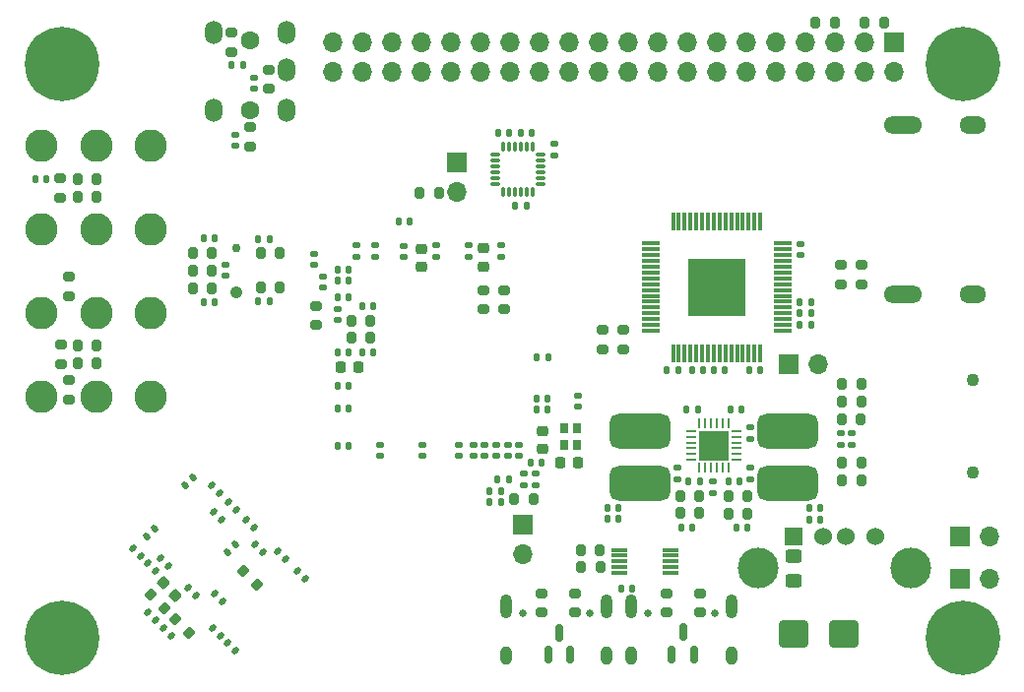
<source format=gbs>
G04 #@! TF.GenerationSoftware,KiCad,Pcbnew,7.0.6*
G04 #@! TF.CreationDate,2023-08-22T01:44:11+01:00*
G04 #@! TF.ProjectId,yasbc,79617362-632e-46b6-9963-61645f706362,rev?*
G04 #@! TF.SameCoordinates,Original*
G04 #@! TF.FileFunction,Soldermask,Bot*
G04 #@! TF.FilePolarity,Negative*
%FSLAX46Y46*%
G04 Gerber Fmt 4.6, Leading zero omitted, Abs format (unit mm)*
G04 Created by KiCad (PCBNEW 7.0.6) date 2023-08-22 01:44:11*
%MOMM*%
%LPD*%
G01*
G04 APERTURE LIST*
G04 Aperture macros list*
%AMRoundRect*
0 Rectangle with rounded corners*
0 $1 Rounding radius*
0 $2 $3 $4 $5 $6 $7 $8 $9 X,Y pos of 4 corners*
0 Add a 4 corners polygon primitive as box body*
4,1,4,$2,$3,$4,$5,$6,$7,$8,$9,$2,$3,0*
0 Add four circle primitives for the rounded corners*
1,1,$1+$1,$2,$3*
1,1,$1+$1,$4,$5*
1,1,$1+$1,$6,$7*
1,1,$1+$1,$8,$9*
0 Add four rect primitives between the rounded corners*
20,1,$1+$1,$2,$3,$4,$5,0*
20,1,$1+$1,$4,$5,$6,$7,0*
20,1,$1+$1,$6,$7,$8,$9,0*
20,1,$1+$1,$8,$9,$2,$3,0*%
G04 Aperture macros list end*
%ADD10C,0.800000*%
%ADD11C,6.400000*%
%ADD12C,2.800000*%
%ADD13C,1.600000*%
%ADD14O,1.500000X2.000000*%
%ADD15C,1.100000*%
%ADD16C,0.650000*%
%ADD17O,1.000000X2.100000*%
%ADD18O,1.000000X1.600000*%
%ADD19C,0.750000*%
%ADD20C,1.050000*%
%ADD21O,3.300000X1.500000*%
%ADD22O,2.300000X1.500000*%
%ADD23R,1.700000X1.700000*%
%ADD24O,1.700000X1.700000*%
%ADD25R,1.524000X1.524000*%
%ADD26C,1.524000*%
%ADD27C,3.500000*%
%ADD28RoundRect,0.140000X-0.170000X0.140000X-0.170000X-0.140000X0.170000X-0.140000X0.170000X0.140000X0*%
%ADD29RoundRect,0.140000X-0.219203X-0.021213X-0.021213X-0.219203X0.219203X0.021213X0.021213X0.219203X0*%
%ADD30RoundRect,0.140000X-0.140000X-0.170000X0.140000X-0.170000X0.140000X0.170000X-0.140000X0.170000X0*%
%ADD31RoundRect,0.200000X0.200000X0.275000X-0.200000X0.275000X-0.200000X-0.275000X0.200000X-0.275000X0*%
%ADD32RoundRect,0.140000X0.021213X-0.219203X0.219203X-0.021213X-0.021213X0.219203X-0.219203X0.021213X0*%
%ADD33RoundRect,0.062500X0.375000X0.062500X-0.375000X0.062500X-0.375000X-0.062500X0.375000X-0.062500X0*%
%ADD34RoundRect,0.062500X0.062500X0.375000X-0.062500X0.375000X-0.062500X-0.375000X0.062500X-0.375000X0*%
%ADD35R,2.600000X2.600000*%
%ADD36RoundRect,0.250000X-0.450000X0.325000X-0.450000X-0.325000X0.450000X-0.325000X0.450000X0.325000X0*%
%ADD37RoundRect,0.200000X-0.275000X0.200000X-0.275000X-0.200000X0.275000X-0.200000X0.275000X0.200000X0*%
%ADD38RoundRect,0.200000X-0.200000X-0.275000X0.200000X-0.275000X0.200000X0.275000X-0.200000X0.275000X0*%
%ADD39RoundRect,0.140000X0.140000X0.170000X-0.140000X0.170000X-0.140000X-0.170000X0.140000X-0.170000X0*%
%ADD40RoundRect,0.225000X-0.250000X0.225000X-0.250000X-0.225000X0.250000X-0.225000X0.250000X0.225000X0*%
%ADD41RoundRect,0.200000X-0.335876X-0.053033X-0.053033X-0.335876X0.335876X0.053033X0.053033X0.335876X0*%
%ADD42RoundRect,0.140000X0.170000X-0.140000X0.170000X0.140000X-0.170000X0.140000X-0.170000X-0.140000X0*%
%ADD43RoundRect,0.200000X0.275000X-0.200000X0.275000X0.200000X-0.275000X0.200000X-0.275000X-0.200000X0*%
%ADD44RoundRect,0.140000X0.219203X0.021213X0.021213X0.219203X-0.219203X-0.021213X-0.021213X-0.219203X0*%
%ADD45R,1.400000X0.300000*%
%ADD46RoundRect,0.750000X-1.850000X0.750000X-1.850000X-0.750000X1.850000X-0.750000X1.850000X0.750000X0*%
%ADD47RoundRect,0.075000X-0.350000X-0.075000X0.350000X-0.075000X0.350000X0.075000X-0.350000X0.075000X0*%
%ADD48RoundRect,0.075000X-0.075000X0.350000X-0.075000X-0.350000X0.075000X-0.350000X0.075000X0.350000X0*%
%ADD49RoundRect,0.250000X-1.000000X-0.900000X1.000000X-0.900000X1.000000X0.900000X-1.000000X0.900000X0*%
%ADD50RoundRect,0.150000X0.150000X-0.587500X0.150000X0.587500X-0.150000X0.587500X-0.150000X-0.587500X0*%
%ADD51RoundRect,0.225000X-0.225000X-0.250000X0.225000X-0.250000X0.225000X0.250000X-0.225000X0.250000X0*%
%ADD52R,0.800000X0.900000*%
%ADD53RoundRect,0.225000X-0.335876X-0.017678X-0.017678X-0.335876X0.335876X0.017678X0.017678X0.335876X0*%
%ADD54RoundRect,0.075000X0.700000X0.075000X-0.700000X0.075000X-0.700000X-0.075000X0.700000X-0.075000X0*%
%ADD55RoundRect,0.075000X0.075000X0.700000X-0.075000X0.700000X-0.075000X-0.700000X0.075000X-0.700000X0*%
%ADD56R,5.000000X5.000000*%
G04 APERTURE END LIST*
D10*
X130100000Y105500000D03*
X130802944Y107197056D03*
X130802944Y103802944D03*
X132500000Y107900000D03*
D11*
X132500000Y105500000D03*
D10*
X132500000Y103100000D03*
X134197056Y107197056D03*
X134197056Y103802944D03*
X134900000Y105500000D03*
X130100000Y56100000D03*
X130802944Y57797056D03*
X130802944Y54402944D03*
X132500000Y58500000D03*
D11*
X132500000Y56100000D03*
D10*
X132500000Y53700000D03*
X134197056Y57797056D03*
X134197056Y54402944D03*
X134900000Y56100000D03*
X52600000Y56100000D03*
X53302944Y57797056D03*
X53302944Y54402944D03*
X55000000Y58500000D03*
D11*
X55000000Y56100000D03*
D10*
X55000000Y53700000D03*
X56697056Y57797056D03*
X56697056Y54402944D03*
X57400000Y56100000D03*
X52600000Y105511600D03*
X53302944Y107208656D03*
X53302944Y103814544D03*
X55000000Y107911600D03*
D11*
X55000000Y105511600D03*
D10*
X55000000Y103111600D03*
X56697056Y107208656D03*
X56697056Y103814544D03*
X57400000Y105511600D03*
D12*
X53289199Y84072699D03*
X57989199Y84072699D03*
X62689199Y84072699D03*
X53289198Y76884500D03*
X57989198Y76884500D03*
X62689198Y76884500D03*
D13*
X71196600Y107523800D03*
X71196600Y101523800D03*
D14*
X74346600Y105023800D03*
X74346600Y108223800D03*
X68046600Y108223800D03*
X74346600Y101523800D03*
X68046600Y101523800D03*
D15*
X133393300Y70361000D03*
X133393300Y78361000D03*
D16*
X94658700Y58276800D03*
X100438700Y58276800D03*
D17*
X93228700Y58806800D03*
D18*
X93228700Y54626800D03*
D17*
X101868700Y58806800D03*
D18*
X101868700Y54626800D03*
D19*
X70027800Y89657000D03*
D20*
X70027800Y85857000D03*
D21*
X127377800Y100214000D03*
X127377800Y85714000D03*
D22*
X133337800Y100214000D03*
X133337800Y85714000D03*
D23*
X117495400Y79705200D03*
D24*
X120035400Y79705200D03*
D23*
X132252800Y64897000D03*
D24*
X134792800Y64897000D03*
D23*
X88967700Y97005000D03*
D24*
X88967700Y94465000D03*
D12*
X53288200Y98435900D03*
X57988200Y98435900D03*
X62688200Y98435900D03*
D25*
X117950100Y64884100D03*
D26*
X120450100Y64884100D03*
X122450100Y64884100D03*
X124950100Y64884100D03*
D27*
X114880100Y62174100D03*
X128020100Y62174100D03*
D23*
X126593600Y107391200D03*
D24*
X126593600Y104851200D03*
X124053600Y107391200D03*
X124053600Y104851200D03*
X121513600Y107391200D03*
X121513600Y104851200D03*
X118973600Y107391200D03*
X118973600Y104851200D03*
X116433600Y107391200D03*
X116433600Y104851200D03*
X113893600Y107391200D03*
X113893600Y104851200D03*
X111353600Y107391200D03*
X111353600Y104851200D03*
X108813600Y107391200D03*
X108813600Y104851200D03*
X106273600Y107391200D03*
X106273600Y104851200D03*
X103733600Y107391200D03*
X103733600Y104851200D03*
X101193600Y107391200D03*
X101193600Y104851200D03*
X98653600Y107391200D03*
X98653600Y104851200D03*
X96113600Y107391200D03*
X96113600Y104851200D03*
X93573600Y107391200D03*
X93573600Y104851200D03*
X91033600Y107391200D03*
X91033600Y104851200D03*
X88493600Y107391200D03*
X88493600Y104851200D03*
X85953600Y107391200D03*
X85953600Y104851200D03*
X83413600Y107391200D03*
X83413600Y104851200D03*
X80873600Y107391200D03*
X80873600Y104851200D03*
X78333600Y107391200D03*
X78333600Y104851200D03*
D16*
X105377500Y58276800D03*
X111157500Y58276800D03*
D17*
X103947500Y58806800D03*
D18*
X103947500Y54626800D03*
D17*
X112587500Y58806800D03*
D18*
X112587500Y54626800D03*
D12*
X53288200Y91247700D03*
X57988200Y91247700D03*
X62688200Y91247700D03*
D23*
X132257800Y61214000D03*
D24*
X134797800Y61214000D03*
D23*
X94665800Y65862200D03*
D24*
X94665800Y63322200D03*
D28*
X92773500Y89900700D03*
X92773500Y88940700D03*
D29*
X62417428Y62537922D03*
X63096250Y61859100D03*
D30*
X91821000Y67792600D03*
X92781000Y67792600D03*
D29*
X68007661Y56973089D03*
X68686483Y56294267D03*
D31*
X113994200Y66832155D03*
X112344200Y66832155D03*
D30*
X114099400Y79146400D03*
X115059400Y79146400D03*
D32*
X65577078Y69282878D03*
X66255900Y69961700D03*
D29*
X69320089Y67786511D03*
X69998911Y67107689D03*
D31*
X73773800Y89204800D03*
X72123800Y89204800D03*
D33*
X113038900Y73939155D03*
X113038900Y73439155D03*
X113038900Y72939155D03*
X113038900Y72439155D03*
X113038900Y71939155D03*
X113038900Y71439155D03*
D34*
X112351400Y70751655D03*
X111851400Y70751655D03*
X111351400Y70751655D03*
X110851400Y70751655D03*
X110351400Y70751655D03*
X109851400Y70751655D03*
D33*
X109163900Y71439155D03*
X109163900Y71939155D03*
X109163900Y72439155D03*
X109163900Y72939155D03*
X109163900Y73439155D03*
X109163900Y73939155D03*
D34*
X109851400Y74626655D03*
X110351400Y74626655D03*
X110851400Y74626655D03*
X111351400Y74626655D03*
X111851400Y74626655D03*
X112351400Y74626655D03*
D35*
X111101400Y72689155D03*
D36*
X117944900Y63128000D03*
X117944900Y61078000D03*
D37*
X96304100Y59956200D03*
X96304100Y58306200D03*
D38*
X85789000Y94434600D03*
X87439000Y94434600D03*
D30*
X83975000Y91948000D03*
X84935000Y91948000D03*
D39*
X96797900Y76718100D03*
X95837900Y76718100D03*
D28*
X84378800Y89865200D03*
X84378800Y88905200D03*
D31*
X123748799Y76454001D03*
X122098799Y76454001D03*
D40*
X96367600Y73949800D03*
X96367600Y72399800D03*
D30*
X78727300Y72628700D03*
X79687300Y72628700D03*
D41*
X62633406Y59870794D03*
X63800132Y58704068D03*
D29*
X65855639Y60445911D03*
X66534461Y59767089D03*
D30*
X78727300Y80655100D03*
X79687300Y80655100D03*
D39*
X96806900Y75752900D03*
X95846900Y75752900D03*
D28*
X80369300Y89900700D03*
X80369300Y88940700D03*
D38*
X119843200Y109088000D03*
X121493200Y109088000D03*
D42*
X82384900Y71815900D03*
X82384900Y72775900D03*
D38*
X99644700Y63703200D03*
X101294700Y63703200D03*
D30*
X112333600Y69575355D03*
X113293600Y69575355D03*
D39*
X93450300Y69733100D03*
X92490300Y69733100D03*
D31*
X123735600Y74955400D03*
X122085600Y74955400D03*
X123746800Y69672200D03*
X122096800Y69672200D03*
D42*
X91376500Y71790500D03*
X91376500Y72750500D03*
D43*
X123748800Y86576400D03*
X123748800Y88226400D03*
D30*
X109222600Y79146400D03*
X110182600Y79146400D03*
D38*
X108204000Y66882955D03*
X109854000Y66882955D03*
X66281800Y86233000D03*
X67931800Y86233000D03*
D43*
X55651400Y76630500D03*
X55651400Y78280500D03*
D38*
X66282741Y89281000D03*
X67932741Y89281000D03*
D28*
X110984800Y69575355D03*
X110984800Y68615355D03*
D31*
X95554800Y68069400D03*
X93904800Y68069400D03*
D44*
X68783200Y66259389D03*
X68104378Y66938211D03*
D39*
X109864600Y69575355D03*
X108904600Y69575355D03*
X102905000Y66349555D03*
X101945000Y66349555D03*
D42*
X89192100Y71795700D03*
X89192100Y72755700D03*
D44*
X68605400Y68554600D03*
X67926578Y69233422D03*
D28*
X118541800Y90043000D03*
X118541800Y89083000D03*
D30*
X108269600Y65663755D03*
X109229600Y65663755D03*
D28*
X69088000Y88237000D03*
X69088000Y87277000D03*
D30*
X119295800Y66324155D03*
X120255800Y66324155D03*
D38*
X79921600Y81937800D03*
X81571600Y81937800D03*
X56363600Y81304100D03*
X58013600Y81304100D03*
D39*
X53670200Y95616500D03*
X52710200Y95616500D03*
D41*
X70638237Y61873563D03*
X71804963Y60706837D03*
D30*
X118465600Y83083400D03*
X119425600Y83083400D03*
D42*
X76686300Y88224300D03*
X76686300Y89184300D03*
D38*
X56351400Y94092500D03*
X58001400Y94092500D03*
D28*
X107987600Y70769155D03*
X107987600Y69809155D03*
D43*
X71212600Y98426000D03*
X71212600Y100076000D03*
D31*
X123748800Y77952600D03*
X122098800Y77952600D03*
D28*
X121970800Y73733600D03*
X121970800Y72773600D03*
D38*
X112344200Y68330755D03*
X113994200Y68330755D03*
D30*
X111076800Y79146400D03*
X112036800Y79146400D03*
D31*
X73787000Y86309200D03*
X72137000Y86309200D03*
D28*
X87176500Y89900700D03*
X87176500Y88940700D03*
D29*
X62399213Y58344857D03*
X63078035Y57666035D03*
D42*
X85991700Y71765100D03*
X85991700Y72725100D03*
D28*
X89979500Y89900700D03*
X89979500Y88940700D03*
D37*
X107048300Y59981600D03*
X107048300Y58331600D03*
D32*
X62287778Y64853178D03*
X62966600Y65532000D03*
D31*
X81571600Y83436400D03*
X79921600Y83436400D03*
D30*
X69621800Y105396800D03*
X70581800Y105396800D03*
D32*
X69231189Y63541589D03*
X69910011Y64220411D03*
D39*
X94964852Y93319600D03*
X94004852Y93319600D03*
D30*
X91821000Y68783200D03*
X92781000Y68783200D03*
D39*
X93466801Y99568000D03*
X92506801Y99568000D03*
D30*
X78720900Y87835217D03*
X79680900Y87835217D03*
D42*
X92367100Y71790500D03*
X92367100Y72750500D03*
D29*
X61131239Y63824111D03*
X61810061Y63145289D03*
D45*
X107358900Y63712600D03*
X107358900Y63212600D03*
X107358900Y62712600D03*
X107358900Y62212600D03*
X107358900Y61712600D03*
X102958900Y61712600D03*
X102958900Y62212600D03*
X102958900Y62712600D03*
X102958900Y63212600D03*
X102958900Y63712600D03*
D29*
X68141639Y59963311D03*
X68820461Y59284489D03*
D39*
X72867400Y85064600D03*
X71907400Y85064600D03*
D38*
X99657900Y62204600D03*
X101307900Y62204600D03*
D30*
X80839167Y80682164D03*
X81799167Y80682164D03*
D43*
X69621800Y106553000D03*
X69621800Y108203000D03*
D46*
X104761800Y73893355D03*
X104761800Y69393355D03*
D29*
X69293850Y55686900D03*
X69972672Y55008078D03*
D31*
X125708600Y109088000D03*
X124058600Y109088000D03*
D40*
X91249500Y89634300D03*
X91249500Y88084300D03*
D31*
X123747801Y71170800D03*
X122097801Y71170800D03*
D47*
X92284000Y95193800D03*
X92284000Y95693800D03*
X92284000Y96193800D03*
X92284000Y96693800D03*
X92284000Y97193800D03*
X92284000Y97693800D03*
D48*
X92984000Y98393800D03*
X93484000Y98393800D03*
X93984000Y98393800D03*
X94484000Y98393800D03*
X94984000Y98393800D03*
X95484000Y98393800D03*
D47*
X96184000Y97693800D03*
X96184000Y97193800D03*
X96184000Y96693800D03*
X96184000Y96193800D03*
X96184000Y95693800D03*
X96184000Y95193800D03*
D48*
X95484000Y94493800D03*
X94984000Y94493800D03*
X94484000Y94493800D03*
X93984000Y94493800D03*
X93484000Y94493800D03*
X92984000Y94493800D03*
D39*
X109700000Y75793600D03*
X108740000Y75793600D03*
D44*
X74282300Y62925900D03*
X73603478Y63604722D03*
D42*
X94348300Y71790500D03*
X94348300Y72750500D03*
D43*
X91236800Y84392000D03*
X91236800Y86042000D03*
D37*
X109867700Y59981600D03*
X109867700Y58331600D03*
D28*
X122936000Y73733600D03*
X122936000Y72773600D03*
D39*
X96837500Y80248700D03*
X95877500Y80248700D03*
X107998200Y79146400D03*
X107038200Y79146400D03*
D42*
X77499100Y86245700D03*
X77499100Y87205700D03*
D43*
X103276400Y80988400D03*
X103276400Y82638400D03*
X121970800Y86576400D03*
X121970800Y88226400D03*
D42*
X99390200Y76019600D03*
X99390200Y76979600D03*
D43*
X101523800Y80988400D03*
X101523800Y82638400D03*
D28*
X81994900Y89900700D03*
X81994900Y88940700D03*
D30*
X67208400Y84988400D03*
X68168400Y84988400D03*
D29*
X63532378Y62985022D03*
X64211200Y62306200D03*
D42*
X69977000Y98467800D03*
X69977000Y99427800D03*
D28*
X114236000Y70766555D03*
X114236000Y69806555D03*
D49*
X117979300Y56464200D03*
X122279300Y56464200D03*
D30*
X112499200Y75819000D03*
X113459200Y75819000D03*
D38*
X66281116Y87757000D03*
X67931116Y87757000D03*
D44*
X71526400Y65633600D03*
X70847578Y66312422D03*
D42*
X95724900Y69278500D03*
X95724900Y70238500D03*
D39*
X72870000Y90449400D03*
X71910000Y90449400D03*
D30*
X95307100Y71180900D03*
X96267100Y71180900D03*
D42*
X71578600Y103364800D03*
X71578600Y104324800D03*
D50*
X109369900Y54739300D03*
X107469900Y54739300D03*
X108419900Y56614300D03*
D30*
X94487452Y99568000D03*
X95447452Y99568000D03*
D43*
X54889400Y94004101D03*
X54889400Y95654101D03*
D46*
X117461800Y73893355D03*
X117461800Y69393355D03*
D30*
X78727300Y75829100D03*
X79687300Y75829100D03*
D51*
X97866200Y71244400D03*
X99416200Y71244400D03*
X79008700Y79385100D03*
X80558700Y79385100D03*
D42*
X97355052Y97663000D03*
X97355052Y98623000D03*
X94720300Y69281100D03*
X94720300Y70241100D03*
D52*
X98256000Y72740000D03*
X98256000Y74140000D03*
X99356000Y74140000D03*
X99356000Y72740000D03*
D42*
X114236000Y73256200D03*
X114236000Y74216200D03*
D44*
X72272211Y63541589D03*
X71593389Y64220411D03*
D42*
X90385900Y71795700D03*
X90385900Y72755700D03*
D30*
X103113900Y60375800D03*
X104073900Y60375800D03*
D42*
X93357700Y71787900D03*
X93357700Y72747900D03*
D53*
X63716642Y60883108D03*
X64812658Y59787092D03*
D43*
X93065600Y84392000D03*
X93065600Y86042000D03*
D50*
X98727300Y54713900D03*
X96827300Y54713900D03*
X97777300Y56588900D03*
D39*
X113976800Y65612955D03*
X113016800Y65612955D03*
X81795028Y84690997D03*
X80835028Y84690997D03*
D43*
X54914800Y79717100D03*
X54914800Y81367100D03*
D30*
X119295800Y67289355D03*
X120255800Y67289355D03*
D38*
X56363600Y79766900D03*
X58013600Y79766900D03*
D37*
X99148900Y59956200D03*
X99148900Y58306200D03*
D30*
X118465600Y84074000D03*
X119425600Y84074000D03*
D39*
X102902600Y67314755D03*
X101942600Y67314755D03*
D38*
X56351400Y95616500D03*
X58001400Y95616500D03*
D54*
X117003200Y90059200D03*
X117003200Y89559200D03*
X117003200Y89059200D03*
X117003200Y88559200D03*
X117003200Y88059200D03*
X117003200Y87559200D03*
X117003200Y87059200D03*
X117003200Y86559200D03*
X117003200Y86059200D03*
X117003200Y85559200D03*
X117003200Y85059200D03*
X117003200Y84559200D03*
X117003200Y84059200D03*
X117003200Y83559200D03*
X117003200Y83059200D03*
X117003200Y82559200D03*
D55*
X115078200Y80634200D03*
X114578200Y80634200D03*
X114078200Y80634200D03*
X113578200Y80634200D03*
X113078200Y80634200D03*
X112578200Y80634200D03*
X112078200Y80634200D03*
X111578200Y80634200D03*
X111078200Y80634200D03*
X110578200Y80634200D03*
X110078200Y80634200D03*
X109578200Y80634200D03*
X109078200Y80634200D03*
X108578200Y80634200D03*
X108078200Y80634200D03*
X107578200Y80634200D03*
D54*
X105653200Y82559200D03*
X105653200Y83059200D03*
X105653200Y83559200D03*
X105653200Y84059200D03*
X105653200Y84559200D03*
X105653200Y85059200D03*
X105653200Y85559200D03*
X105653200Y86059200D03*
X105653200Y86559200D03*
X105653200Y87059200D03*
X105653200Y87559200D03*
X105653200Y88059200D03*
X105653200Y88559200D03*
X105653200Y89059200D03*
X105653200Y89559200D03*
X105653200Y90059200D03*
D55*
X107578200Y91984200D03*
X108078200Y91984200D03*
X108578200Y91984200D03*
X109078200Y91984200D03*
X109578200Y91984200D03*
X110078200Y91984200D03*
X110578200Y91984200D03*
X111078200Y91984200D03*
X111578200Y91984200D03*
X112078200Y91984200D03*
X112578200Y91984200D03*
X113078200Y91984200D03*
X113578200Y91984200D03*
X114078200Y91984200D03*
X114578200Y91984200D03*
X115078200Y91984200D03*
D56*
X111328200Y86309200D03*
D29*
X75254478Y61877522D03*
X75933300Y61198700D03*
D30*
X78727300Y77835700D03*
X79687300Y77835700D03*
X78718300Y85455700D03*
X79678300Y85455700D03*
D43*
X76860400Y83030000D03*
X76860400Y84680000D03*
X55639201Y85545900D03*
X55639201Y87195900D03*
D30*
X78720900Y86870017D03*
X79680900Y86870017D03*
D41*
X64770000Y57734200D03*
X65936726Y56567474D03*
D42*
X78746300Y83461800D03*
X78746300Y84421800D03*
D30*
X67185600Y90525600D03*
X68145600Y90525600D03*
D29*
X63728291Y57015779D03*
X64407113Y56336957D03*
D31*
X109854000Y68356155D03*
X108204000Y68356155D03*
D30*
X118465600Y85039200D03*
X119425600Y85039200D03*
D40*
X85931900Y89621300D03*
X85931900Y88071300D03*
D43*
X72848600Y103365801D03*
X72848600Y105015801D03*
M02*

</source>
